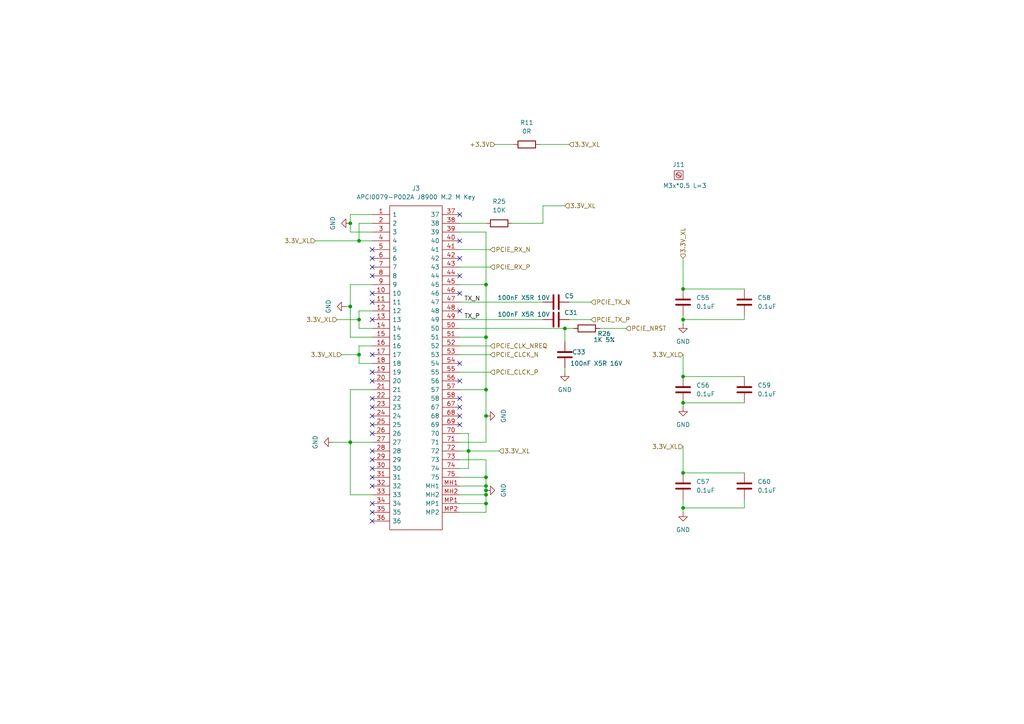
<source format=kicad_sch>
(kicad_sch (version 20231120) (generator "eeschema") (generator_version "8.0")
  (paper "A4")
  (lib_symbols
    (symbol "1-2199230-6:1-2199230-6" (pin_names (offset 0.762))
      (property "Reference" "J" (at 21.59 7.62 0))
      (property "Value" "1-2199230-6" (at 21.59 5.08 0))
      (symbol "1-2199230-6_0_0"
        (pin passive line (at 0 0 0) (length 5.08) (name "1") (number "1"))
        (pin passive line (at 0 -22.86 0) (length 5.08) (name "10") (number "10"))
        (pin passive line (at 0 -25.4 0) (length 5.08) (name "11") (number "11"))
        (pin passive line (at 0 -27.94 0) (length 5.08) (name "12") (number "12"))
        (pin passive line (at 0 -30.48 0) (length 5.08) (name "13") (number "13"))
        (pin passive line (at 0 -33.02 0) (length 5.08) (name "14") (number "14"))
        (pin passive line (at 0 -35.56 0) (length 5.08) (name "15") (number "15"))
        (pin passive line (at 0 -38.1 0) (length 5.08) (name "16") (number "16"))
        (pin passive line (at 0 -40.64 0) (length 5.08) (name "17") (number "17"))
        (pin passive line (at 0 -43.18 0) (length 5.08) (name "18") (number "18"))
        (pin passive line (at 0 -45.72 0) (length 5.08) (name "19") (number "19"))
        (pin passive line (at 0 -2.54 0) (length 5.08) (name "2") (number "2"))
        (pin passive line (at 0 -48.26 0) (length 5.08) (name "20") (number "20"))
        (pin passive line (at 0 -50.8 0) (length 5.08) (name "21") (number "21"))
        (pin passive line (at 0 -53.34 0) (length 5.08) (name "22") (number "22"))
        (pin passive line (at 0 -55.88 0) (length 5.08) (name "23") (number "23"))
        (pin passive line (at 0 -58.42 0) (length 5.08) (name "24") (number "24"))
        (pin passive line (at 0 -60.96 0) (length 5.08) (name "25") (number "25"))
        (pin passive line (at 0 -63.5 0) (length 5.08) (name "26") (number "26"))
        (pin passive line (at 0 -66.04 0) (length 5.08) (name "27") (number "27"))
        (pin passive line (at 0 -68.58 0) (length 5.08) (name "28") (number "28"))
        (pin passive line (at 0 -71.12 0) (length 5.08) (name "29") (number "29"))
        (pin passive line (at 0 -5.08 0) (length 5.08) (name "3") (number "3"))
        (pin passive line (at 0 -73.66 0) (length 5.08) (name "30") (number "30"))
        (pin passive line (at 0 -76.2 0) (length 5.08) (name "31") (number "31"))
        (pin passive line (at 0 -78.74 0) (length 5.08) (name "32") (number "32"))
        (pin passive line (at 0 -81.28 0) (length 5.08) (name "33") (number "33"))
        (pin passive line (at 0 -83.82 0) (length 5.08) (name "34") (number "34"))
        (pin passive line (at 0 -86.36 0) (length 5.08) (name "35") (number "35"))
        (pin passive line (at 0 -88.9 0) (length 5.08) (name "36") (number "36"))
        (pin passive line (at 25.4 0 180) (length 5.08) (name "37") (number "37"))
        (pin passive line (at 25.4 -2.54 180) (length 5.08) (name "38") (number "38"))
        (pin passive line (at 25.4 -5.08 180) (length 5.08) (name "39") (number "39"))
        (pin passive line (at 0 -7.62 0) (length 5.08) (name "4") (number "4"))
        (pin passive line (at 25.4 -7.62 180) (length 5.08) (name "40") (number "40"))
        (pin passive line (at 25.4 -10.16 180) (length 5.08) (name "41") (number "41"))
        (pin passive line (at 25.4 -12.7 180) (length 5.08) (name "42") (number "42"))
        (pin passive line (at 25.4 -15.24 180) (length 5.08) (name "43") (number "43"))
        (pin passive line (at 25.4 -17.78 180) (length 5.08) (name "44") (number "44"))
        (pin passive line (at 25.4 -20.32 180) (length 5.08) (name "45") (number "45"))
        (pin passive line (at 25.4 -22.86 180) (length 5.08) (name "46") (number "46"))
        (pin passive line (at 25.4 -25.4 180) (length 5.08) (name "47") (number "47"))
        (pin passive line (at 25.4 -27.94 180) (length 5.08) (name "48") (number "48"))
        (pin passive line (at 25.4 -30.48 180) (length 5.08) (name "49") (number "49"))
        (pin passive line (at 0 -10.16 0) (length 5.08) (name "5") (number "5"))
        (pin passive line (at 25.4 -33.02 180) (length 5.08) (name "50") (number "50"))
        (pin passive line (at 25.4 -35.56 180) (length 5.08) (name "51") (number "51"))
        (pin passive line (at 25.4 -38.1 180) (length 5.08) (name "52") (number "52"))
        (pin passive line (at 25.4 -40.64 180) (length 5.08) (name "53") (number "53"))
        (pin passive line (at 25.4 -43.18 180) (length 5.08) (name "54") (number "54"))
        (pin passive line (at 25.4 -45.72 180) (length 5.08) (name "55") (number "55"))
        (pin passive line (at 25.4 -48.26 180) (length 5.08) (name "56") (number "56"))
        (pin passive line (at 25.4 -50.8 180) (length 5.08) (name "57") (number "57"))
        (pin passive line (at 25.4 -53.34 180) (length 5.08) (name "58") (number "58"))
        (pin passive line (at 0 -12.7 0) (length 5.08) (name "6") (number "6"))
        (pin passive line (at 25.4 -55.88 180) (length 5.08) (name "67") (number "67"))
        (pin passive line (at 25.4 -58.42 180) (length 5.08) (name "68") (number "68"))
        (pin passive line (at 25.4 -60.96 180) (length 5.08) (name "69") (number "69"))
        (pin passive line (at 0 -15.24 0) (length 5.08) (name "7") (number "7"))
        (pin passive line (at 25.4 -63.5 180) (length 5.08) (name "70") (number "70"))
        (pin passive line (at 25.4 -66.04 180) (length 5.08) (name "71") (number "71"))
        (pin passive line (at 25.4 -68.58 180) (length 5.08) (name "72") (number "72"))
        (pin passive line (at 25.4 -71.12 180) (length 5.08) (name "73") (number "73"))
        (pin passive line (at 25.4 -73.66 180) (length 5.08) (name "74") (number "74"))
        (pin passive line (at 25.4 -76.2 180) (length 5.08) (name "75") (number "75"))
        (pin passive line (at 0 -17.78 0) (length 5.08) (name "8") (number "8"))
        (pin passive line (at 0 -20.32 0) (length 5.08) (name "9") (number "9"))
        (pin passive line (at 25.4 -78.74 180) (length 5.08) (name "MH1") (number "MH1"))
        (pin passive line (at 25.4 -81.28 180) (length 5.08) (name "MH2") (number "MH2"))
        (pin passive line (at 25.4 -83.82 180) (length 5.08) (name "MP1") (number "MP1"))
        (pin passive line (at 25.4 -86.36 180) (length 5.08) (name "MP2") (number "MP2"))
      )
      (symbol "1-2199230-6_0_1"
        (polyline (pts (xy 5.08 2.54) (xy 20.32 2.54) (xy 20.32 -91.44) (xy 5.08 -91.44) (xy 5.08 2.54)) (stroke (width 0.1524)))
      )
    )
    (symbol "Device:C" (pin_numbers hide) (pin_names (offset 0.254))
      (property "Reference" "C" (at 0.635 2.54 0))
      (property "Value" "C" (at 0.635 -2.54 0))
      (symbol "C_0_1"
        (polyline (pts (xy -2.032 -0.762) (xy 2.032 -0.762)) (stroke (width 0.508)))
        (polyline (pts (xy -2.032 0.762) (xy 2.032 0.762)) (stroke (width 0.508)))
      )
      (symbol "C_1_1"
        (pin passive line (at 0 3.81 270) (length 2.794) (name "~") (number "1"))
        (pin passive line (at 0 -3.81 90) (length 2.794) (name "~") (number "2"))
      )
    )
    (symbol "Device:R" (pin_numbers hide) (pin_names (offset 0))
      (property "Reference" "R" (at 2.032 0 90))
      (property "Value" "R" (at 0 0 90))
      (symbol "R_0_1"
        (rectangle (start -1.016 -2.54) (end 1.016 2.54) (stroke (width 0.254)))
      )
      (symbol "R_1_1"
        (pin passive line (at 0 3.81 270) (length 1.27) (name "~") (number "1"))
        (pin passive line (at 0 -3.81 90) (length 1.27) (name "~") (number "2"))
      )
    )
    (symbol "Via:via"
      (property "Reference" "J11" (at 0 -0.508 0))
      (property "Value" "M3x*0.5 L=3" (at -1.778 5.588 0))
      (symbol "via_0_1"
        (rectangle (start -1.27 3.81) (end 1.27 1.27))
        (polyline (pts (xy -0.6485 2.8629) (xy 0.5802 1.9868)))
        (polyline (pts (xy -0.4437 3.1019) (xy 0.7281 2.2599)))
        (circle (center 0 2.54) (radius 0.8106))
      )
    )
    (symbol "power:GND" (power) (pin_names (offset 0))
      (property "Value" "GND" (at 0 -3.81 0))
      (symbol "GND_0_1"
        (polyline (pts (xy 0 0) (xy 0 -1.27) (xy 1.27 -1.27) (xy 0 -2.54) (xy -1.27 -1.27) (xy 0 -1.27)))
      )
      (symbol "GND_1_1"
        (pin power_in line (at 0 0 270) (length 0) hide (name "GND") (number "1"))
      )
    )
  )
  (junction (at 198.12 116.84))
  (junction (at 140.97 120.65))
  (junction (at 140.97 82.55))
  (junction (at 140.97 138.43))
  (junction (at 140.97 143.51))
  (junction (at 104.14 69.85))
  (junction (at 198.12 147.32))
  (junction (at 101.6 64.77))
  (junction (at 101.6 128.27))
  (junction (at 140.97 140.97))
  (junction (at 140.97 142.24))
  (junction (at 198.12 92.71))
  (junction (at 198.12 137.16))
  (junction (at 140.97 146.05))
  (junction (at 163.83 95.25))
  (junction (at 140.97 97.79))
  (junction (at 140.97 113.03))
  (junction (at 104.14 92.71))
  (junction (at 198.12 109.22))
  (junction (at 104.14 102.87))
  (junction (at 198.12 83.82))
  (junction (at 101.6 88.9))
  (junction (at 135.89 130.81))
  (no_connect (at 107.95 102.87))
  (no_connect (at 107.95 151.13))
  (no_connect (at 107.95 133.35))
  (no_connect (at 133.35 120.65))
  (no_connect (at 107.95 138.43))
  (no_connect (at 107.95 77.47))
  (no_connect (at 107.95 87.63))
  (no_connect (at 133.35 80.01))
  (no_connect (at 107.95 118.11))
  (no_connect (at 133.35 115.57))
  (no_connect (at 133.35 123.19))
  (no_connect (at 107.95 125.73))
  (no_connect (at 107.95 110.49))
  (no_connect (at 133.35 90.17))
  (no_connect (at 107.95 148.59))
  (no_connect (at 107.95 72.39))
  (no_connect (at 107.95 107.95))
  (no_connect (at 107.95 115.57))
  (no_connect (at 133.35 62.23))
  (no_connect (at 107.95 123.19))
  (no_connect (at 133.35 110.49))
  (no_connect (at 107.95 135.89))
  (no_connect (at 107.95 130.81))
  (no_connect (at 107.95 120.65))
  (no_connect (at 107.95 74.93))
  (no_connect (at 133.35 85.09))
  (no_connect (at 133.35 118.11))
  (no_connect (at 107.95 80.01))
  (no_connect (at 133.35 105.41))
  (no_connect (at 107.95 92.71))
  (no_connect (at 107.95 140.97))
  (no_connect (at 133.35 69.85))
  (no_connect (at 107.95 146.05))
  (no_connect (at 107.95 85.09))
  (no_connect (at 133.35 74.93))
  (wire (pts (xy 171.45 87.63) (xy 165.1 87.63)))
  (wire (pts (xy 140.97 148.59) (xy 140.97 146.05)))
  (wire (pts (xy 171.45 92.71) (xy 165.1 92.71)))
  (wire (pts (xy 140.97 128.27) (xy 140.97 120.65)))
  (wire (pts (xy 140.97 120.65) (xy 140.97 113.03)))
  (wire (pts (xy 143.51 41.8983) (xy 143.51 41.91)))
  (wire (pts (xy 101.6 113.03) (xy 107.95 113.03)))
  (wire (pts (xy 104.14 100.33) (xy 104.14 102.87)))
  (wire (pts (xy 148.59 64.77) (xy 157.48 64.77)))
  (wire (pts (xy 142.24 107.95) (xy 133.35 107.95)))
  (wire (pts (xy 107.95 97.79) (xy 101.6 97.79)))
  (wire (pts (xy 140.97 143.51) (xy 140.97 142.24)))
  (wire (pts (xy 101.6 82.55) (xy 107.95 82.55)))
  (wire (pts (xy 140.97 67.31) (xy 140.97 82.55)))
  (wire (pts (xy 142.24 100.33) (xy 133.35 100.33)))
  (wire (pts (xy 140.97 113.03) (xy 133.35 113.03)))
  (wire (pts (xy 156.5972 41.8983) (xy 165.1 41.8983)))
  (wire (pts (xy 140.97 82.55) (xy 140.97 97.79)))
  (wire (pts (xy 91.44 69.85) (xy 104.14 69.85)))
  (wire (pts (xy 198.12 148.59) (xy 198.12 147.32)))
  (wire (pts (xy 198.12 83.82) (xy 215.9 83.82)))
  (wire (pts (xy 104.14 105.41) (xy 107.95 105.41)))
  (wire (pts (xy 101.6 128.27) (xy 101.6 113.03)))
  (wire (pts (xy 133.35 67.31) (xy 140.97 67.31)))
  (wire (pts (xy 173.99 95.25) (xy 181.61 95.25)))
  (wire (pts (xy 107.95 62.23) (xy 101.6 62.23)))
  (wire (pts (xy 198.12 129.54) (xy 198.12 137.16)))
  (wire (pts (xy 96.52 128.27) (xy 101.6 128.27)))
  (wire (pts (xy 107.95 143.51) (xy 101.6 143.51)))
  (wire (pts (xy 135.89 125.73) (xy 135.89 130.81)))
  (wire (pts (xy 133.35 140.97) (xy 140.97 140.97)))
  (wire (pts (xy 97.79 92.71) (xy 104.14 92.71)))
  (wire (pts (xy 198.12 147.32) (xy 198.12 144.78)))
  (wire (pts (xy 140.97 133.35) (xy 133.35 133.35)))
  (wire (pts (xy 163.83 95.25) (xy 163.83 99.06)))
  (wire (pts (xy 148.9772 41.8983) (xy 143.51 41.8983)))
  (wire (pts (xy 140.97 138.43) (xy 140.97 133.35)))
  (wire (pts (xy 107.95 64.77) (xy 104.14 64.77)))
  (wire (pts (xy 104.14 69.85) (xy 107.95 69.85)))
  (wire (pts (xy 198.12 118.11) (xy 198.12 116.84)))
  (wire (pts (xy 133.35 125.73) (xy 135.89 125.73)))
  (wire (pts (xy 198.12 91.44) (xy 198.12 92.71)))
  (wire (pts (xy 104.14 92.71) (xy 104.14 95.25)))
  (wire (pts (xy 198.12 92.71) (xy 198.12 93.98)))
  (wire (pts (xy 104.14 64.77) (xy 104.14 69.85)))
  (wire (pts (xy 135.89 130.81) (xy 133.35 130.81)))
  (wire (pts (xy 198.12 74.93) (xy 198.12 83.82)))
  (wire (pts (xy 140.97 146.05) (xy 140.97 143.51)))
  (wire (pts (xy 133.35 82.55) (xy 140.97 82.55)))
  (wire (pts (xy 140.97 97.79) (xy 140.97 113.03)))
  (wire (pts (xy 104.14 102.87) (xy 104.14 105.41)))
  (wire (pts (xy 107.95 100.33) (xy 104.14 100.33)))
  (wire (pts (xy 198.12 92.71) (xy 215.9 92.71)))
  (wire (pts (xy 140.97 140.97) (xy 140.97 138.43)))
  (wire (pts (xy 133.35 128.27) (xy 140.97 128.27)))
  (wire (pts (xy 133.35 135.89) (xy 135.89 135.89)))
  (wire (pts (xy 198.12 147.32) (xy 215.9 147.32)))
  (wire (pts (xy 163.83 107.95) (xy 163.83 106.68)))
  (wire (pts (xy 133.35 146.05) (xy 140.97 146.05)))
  (wire (pts (xy 157.48 59.69) (xy 163.83 59.69)))
  (wire (pts (xy 135.89 130.81) (xy 144.78 130.81)))
  (wire (pts (xy 165.1 41.8983) (xy 165.1 41.91)))
  (wire (pts (xy 163.83 95.25) (xy 133.35 95.25)))
  (wire (pts (xy 104.14 90.17) (xy 104.14 92.71)))
  (wire (pts (xy 133.35 138.43) (xy 140.97 138.43)))
  (wire (pts (xy 157.48 92.71) (xy 133.35 92.71)))
  (wire (pts (xy 101.6 88.9) (xy 101.6 82.55)))
  (wire (pts (xy 99.06 102.87) (xy 104.14 102.87)))
  (wire (pts (xy 133.35 64.77) (xy 140.97 64.77)))
  (wire (pts (xy 100.33 88.9) (xy 101.6 88.9)))
  (wire (pts (xy 101.6 67.31) (xy 107.95 67.31)))
  (wire (pts (xy 101.6 97.79) (xy 101.6 88.9)))
  (wire (pts (xy 107.95 128.27) (xy 101.6 128.27)))
  (wire (pts (xy 157.48 64.77) (xy 157.48 59.69)))
  (wire (pts (xy 142.24 102.87) (xy 133.35 102.87)))
  (wire (pts (xy 101.6 62.23) (xy 101.6 64.77)))
  (wire (pts (xy 133.35 143.51) (xy 140.97 143.51)))
  (wire (pts (xy 215.9 144.78) (xy 215.9 147.32)))
  (wire (pts (xy 198.12 109.22) (xy 215.9 109.22)))
  (wire (pts (xy 198.12 137.16) (xy 215.9 137.16)))
  (wire (pts (xy 157.48 87.63) (xy 133.35 87.63)))
  (wire (pts (xy 135.89 130.81) (xy 135.89 135.89)))
  (wire (pts (xy 198.12 102.87) (xy 198.12 109.22)))
  (wire (pts (xy 215.9 91.44) (xy 215.9 92.71)))
  (wire (pts (xy 104.14 90.17) (xy 107.95 90.17)))
  (wire (pts (xy 142.24 77.47) (xy 133.35 77.47)))
  (wire (pts (xy 104.14 95.25) (xy 107.95 95.25)))
  (wire (pts (xy 142.24 72.39) (xy 133.35 72.39)))
  (wire (pts (xy 133.35 148.59) (xy 140.97 148.59)))
  (wire (pts (xy 101.6 143.51) (xy 101.6 128.27)))
  (wire (pts (xy 140.97 142.24) (xy 140.97 140.97)))
  (wire (pts (xy 133.35 97.79) (xy 140.97 97.79)))
  (wire (pts (xy 198.12 116.84) (xy 215.9 116.84)))
  (wire (pts (xy 101.6 64.77) (xy 101.6 67.31)))
  (wire (pts (xy 166.37 95.25) (xy 163.83 95.25)))
  (label "TX_N" (at 134.62 87.63 0))
  (label "TX_P" (at 134.62 92.71 0))
  (hierarchical_label "3.3V_XL" (shape input) (at 163.83 59.69 0))
  (hierarchical_label "3.3V_XL" (shape input) (at 198.12 102.87 180))
  (hierarchical_label "PCIE_NRST" (shape input) (at 181.61 95.25 0))
  (hierarchical_label "3.3V_XL" (shape input) (at 165.1 41.91 0))
  (hierarchical_label "3.3V_XL" (shape input) (at 198.12 74.93 90))
  (hierarchical_label "+3.3V" (shape input) (at 143.51 41.91 180))
  (hierarchical_label "PCIE_CLK_NREQ" (shape input) (at 142.24 100.33 0))
  (hierarchical_label "PCIE_RX_P" (shape input) (at 142.24 77.47 0))
  (hierarchical_label "PCIE_CLCK_P" (shape input) (at 142.24 107.95 0))
  (hierarchical_label "PCIE_RX_N" (shape input) (at 142.24 72.39 0))
  (hierarchical_label "3.3V_XL" (shape input) (at 99.06 102.87 180))
  (hierarchical_label "PCIE_TX_P" (shape input) (at 171.45 92.71 0))
  (hierarchical_label "PCIE_CLCK_N" (shape input) (at 142.24 102.87 0))
  (hierarchical_label "PCIE_TX_N" (shape input) (at 171.45 87.63 0))
  (hierarchical_label "3.3V_XL" (shape input) (at 91.44 69.85 180))
  (hierarchical_label "3.3V_XL" (shape input) (at 97.79 92.71 180))
  (hierarchical_label "3.3V_XL" (shape input) (at 144.78 130.81 0))
  (hierarchical_label "3.3V_XL" (shape input) (at 198.12 129.54 180))
  (symbol (lib_id "Device:R") (at 170.18 95.25 90) (unit 1)
    (property "Reference" "R26" (at 175.26 96.774 90))
    (property "Value" "1K 5%" (at 175.26 98.552 90))
    (property "Footprint" "Resistor_SMD:R_0402_1005Metric" (effects (hide yes)))
    (property "Description" "Resistor" (effects (hide yes)))
  )
  (symbol (lib_id "Device:R") (at 144.78 64.77 90) (unit 1)
    (property "Reference" "R25" (at 144.78 58.4317 90))
    (property "Value" "10K" (at 144.78 60.9717 90))
    (property "Footprint" "Resistor_SMD:R_0603_1608Metric" (effects (hide yes)))
    (property "Description" "Resistor" (effects (hide yes)))
  )
  (symbol (lib_id "Via:via") (at 196.85 48.26 180) (unit 1)
    (property "Reference" "J11" (at 196.85 47.752 0))
    (property "Value" "M3x*0.5 L=3" (at 198.628 53.848 0))
    (property "Footprint" "Cam_Tracker_V3.1:Screw_terminal_shinbo" (effects (hide yes)))
    (property "MPN" "M3x*0.5 L=3" (effects (hide yes)))
  )
  (symbol (lib_id "power:GND") (at 198.12 93.98 0) (unit 1)
    (property "Reference" "#PWR0184" (effects (hide yes)))
    (property "Value" "GND" (at 198.12 99.06 0))
  )
  (symbol (lib_id "Device:C") (at 215.9 140.97 0) (unit 1)
    (property "Reference" "C60" (at 219.71 139.6999 0) (effects (justify left)))
    (property "Value" "0.1uF" (at 219.71 142.2399 0) (effects (justify left)))
    (property "Footprint" "Capacitor_SMD:C_0603_1608Metric" (effects (hide yes)))
  )
  (symbol (lib_id "Device:C") (at 163.83 102.87 180) (unit 1)
    (property "Reference" "C33" (at 167.894 102.108 0))
    (property "Value" "100nF X5R 16V" (at 172.974 105.41 0))
    (property "Footprint" "Capacitor_SMD:C_0603_1608Metric" (effects (hide yes)))
  )
  (symbol (lib_id "Device:C") (at 161.29 92.71 90) (unit 1)
    (property "Reference" "C31" (at 165.608 90.678 90))
    (property "Value" "100nF X5R 10V" (at 151.892 91.186 90))
    (property "Footprint" "Capacitor_SMD:C_0603_1608Metric" (effects (hide yes)))
  )
  (symbol (lib_id "power:GND") (at 198.12 148.59 0) (unit 1)
    (property "Reference" "#PWR0182" (effects (hide yes)))
    (property "Value" "GND" (at 198.12 153.67 0))
  )
  (symbol (lib_id "power:GND") (at 198.12 118.11 0) (unit 1)
    (property "Reference" "#PWR0183" (effects (hide yes)))
    (property "Value" "GND" (at 198.12 123.19 0))
  )
  (symbol (lib_id "power:GND") (at 101.6 64.77 270) (unit 1)
    (property "Reference" "#PWR040" (effects (hide yes)))
    (property "Value" "GND" (at 96.52 64.77 0))
  )
  (symbol (lib_id "power:GND") (at 140.97 142.24 90) (unit 1)
    (property "Reference" "#PWR036" (effects (hide yes)))
    (property "Value" "GND" (at 146.05 142.24 0))
  )
  (symbol (lib_id "power:GND") (at 140.97 120.65 90) (unit 1)
    (property "Reference" "#PWR037" (effects (hide yes)))
    (property "Value" "GND" (at 146.05 120.65 0))
  )
  (symbol (lib_id "power:GND") (at 163.83 107.95 0) (unit 1)
    (property "Reference" "#PWR012" (effects (hide yes)))
    (property "Value" "GND" (at 163.83 113.03 0))
  )
  (symbol (lib_id "Device:C") (at 215.9 113.03 0) (unit 1)
    (property "Reference" "C59" (at 219.71 111.7599 0) (effects (justify left)))
    (property "Value" "0.1uF" (at 219.71 114.2999 0) (effects (justify left)))
    (property "Footprint" "Capacitor_SMD:C_0603_1608Metric" (effects (hide yes)))
  )
  (symbol (lib_id "1-2199230-6:1-2199230-6") (at 107.95 62.23 0) (unit 1)
    (property "Reference" "J3" (at 120.65 54.61 0))
    (property "Value" "APCI0079-P002A J8900 M.2 M Key" (at 120.65 57.15 0))
    (property "Footprint" "Cam_Tracker_V3.1:121992306" (effects (hide yes)))
    (property "Datasheet" "https://datasheet.lcsc.com/lcsc/2011231734_LOTES-APCI0079-P002A_C841651.pdf" (effects (hide yes)))
    (property "Description" "PCI Express / PCI Connectors M.2 0.5PITCH 4.2H KEY M 30U AU" (effects (hide yes)))
    (property "Height" "4.2" (effects (hide yes)))
    (property "Manufacturer_Name" "TE Connectivity" (effects (hide yes)))
    (property "Manufacturer_Part_Number" "1-2199230-6" (effects (hide yes)))
    (property "Mouser Part Number" "571-1-2199230-6" (effects (hide yes)))
    (property "Mouser Price/Stock" "https://www.mouser.co.uk/ProductDetail/TE-Connectivity/1-2199230-6?qs=N0TJGnUfxCALyAe4Cgc7ng%3D%3D" (effects (hide yes)))
    (property "Arrow Part Number" "1-2199230-6" (effects (hide yes)))
    (property "Arrow Price/Stock" "https://www.arrow.com/en/products/1-2199230-6/te-connectivity?region=nac" (effects (hide yes)))
    (property "Link" "https://www.lcsc.com/product-detail/Card-Edge-Connectors_TE-Connectivity-1-2199230-6_C4710843.html" (effects (hide yes)))
    (property "MPN" "1-2199230-6" (effects (hide yes)))
  )
  (symbol (lib_id "Device:C") (at 215.9 87.63 0) (unit 1)
    (property "Reference" "C58" (at 219.71 86.3599 0) (effects (justify left)))
    (property "Value" "0.1uF" (at 219.71 88.8999 0) (effects (justify left)))
    (property "Footprint" "Capacitor_SMD:C_0603_1608Metric" (effects (hide yes)))
  )
  (symbol (lib_id "power:GND") (at 100.33 88.9 270) (unit 1)
    (property "Reference" "#PWR039" (effects (hide yes)))
    (property "Value" "GND" (at 95.25 88.9 0))
  )
  (symbol (lib_id "Device:C") (at 161.29 87.63 90) (unit 1)
    (property "Reference" "C5" (at 165.1 85.852 90))
    (property "Value" "100nF X5R 10V" (at 151.892 86.36 90))
    (property "Footprint" "Capacitor_SMD:C_0603_1608Metric" (effects (hide yes)))
  )
  (symbol (lib_id "Device:C") (at 198.12 113.03 0) (unit 1)
    (property "Reference" "C56" (at 201.93 111.7599 0) (effects (justify left)))
    (property "Value" "0.1uF" (at 201.93 114.2999 0) (effects (justify left)))
    (property "Footprint" "Capacitor_SMD:C_0603_1608Metric" (effects (hide yes)))
  )
  (symbol (lib_id "power:GND") (at 96.52 128.27 270) (unit 1)
    (property "Reference" "#PWR038" (effects (hide yes)))
    (property "Value" "GND" (at 91.44 128.27 0))
  )
  (symbol (lib_id "Device:C") (at 198.12 140.97 0) (unit 1)
    (property "Reference" "C57" (at 201.93 139.6999 0) (effects (justify left)))
    (property "Value" "0.1uF" (at 201.93 142.2399 0) (effects (justify left)))
    (property "Footprint" "Capacitor_SMD:C_0603_1608Metric" (effects (hide yes)))
  )
  (symbol (lib_id "Device:R") (at 152.7872 41.8983 90) (unit 1)
    (property "Reference" "R11" (at 152.7872 35.56 90))
    (property "Value" "0R" (at 152.7872 38.1 90))
    (property "Footprint" "Resistor_SMD:R_0603_1608Metric" (effects (hide yes)))
    (property "Description" "Resistor" (effects (hide yes)))
  )
  (symbol (lib_id "Device:C") (at 198.12 87.63 0) (unit 1)
    (property "Reference" "C55" (at 201.93 86.3599 0) (effects (justify left)))
    (property "Value" "0.1uF" (at 201.93 88.8999 0) (effects (justify left)))
    (property "Footprint" "Capacitor_SMD:C_0603_1608Metric" (effects (hide yes)))
  )
)
</source>
